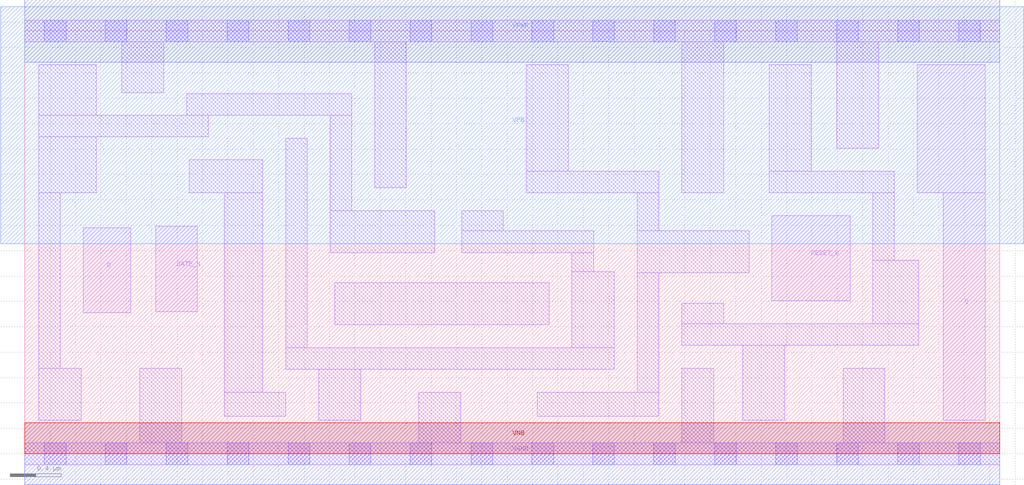
<source format=lef>
# Copyright 2020 The SkyWater PDK Authors
#
# Licensed under the Apache License, Version 2.0 (the "License");
# you may not use this file except in compliance with the License.
# You may obtain a copy of the License at
#
#     https://www.apache.org/licenses/LICENSE-2.0
#
# Unless required by applicable law or agreed to in writing, software
# distributed under the License is distributed on an "AS IS" BASIS,
# WITHOUT WARRANTIES OR CONDITIONS OF ANY KIND, either express or implied.
# See the License for the specific language governing permissions and
# limitations under the License.
#
# SPDX-License-Identifier: Apache-2.0

VERSION 5.7 ;
  NOWIREEXTENSIONATPIN ON ;
  DIVIDERCHAR "/" ;
  BUSBITCHARS "[]" ;
MACRO sky130_fd_sc_lp__dlrtn_lp
  CLASS CORE ;
  FOREIGN sky130_fd_sc_lp__dlrtn_lp ;
  ORIGIN  0.000000  0.000000 ;
  SIZE  7.680000 BY  3.330000 ;
  SYMMETRY X Y R90 ;
  SITE unit ;
  PIN D
    ANTENNAGATEAREA  0.376000 ;
    DIRECTION INPUT ;
    USE SIGNAL ;
    PORT
      LAYER li1 ;
        RECT 0.460000 1.110000 0.835000 1.780000 ;
    END
  END D
  PIN Q
    ANTENNADIFFAREA  0.404700 ;
    DIRECTION OUTPUT ;
    USE SIGNAL ;
    PORT
      LAYER li1 ;
        RECT 7.030000 2.055000 7.565000 3.065000 ;
        RECT 7.235000 0.265000 7.565000 2.055000 ;
    END
  END Q
  PIN RESET_B
    ANTENNAGATEAREA  0.313000 ;
    DIRECTION INPUT ;
    USE SIGNAL ;
    PORT
      LAYER li1 ;
        RECT 5.885000 1.205000 6.500000 1.875000 ;
    END
  END RESET_B
  PIN GATE_N
    ANTENNAGATEAREA  0.376000 ;
    DIRECTION INPUT ;
    USE CLOCK ;
    PORT
      LAYER li1 ;
        RECT 1.030000 1.120000 1.360000 1.790000 ;
    END
  END GATE_N
  PIN VGND
    DIRECTION INOUT ;
    USE GROUND ;
    PORT
      LAYER met1 ;
        RECT 0.000000 -0.245000 7.680000 0.245000 ;
    END
  END VGND
  PIN VNB
    DIRECTION INOUT ;
    USE GROUND ;
    PORT
      LAYER pwell ;
        RECT 0.000000 0.000000 7.680000 0.245000 ;
    END
  END VNB
  PIN VPB
    DIRECTION INOUT ;
    USE POWER ;
    PORT
      LAYER nwell ;
        RECT -0.190000 1.655000 7.870000 3.520000 ;
    END
  END VPB
  PIN VPWR
    DIRECTION INOUT ;
    USE POWER ;
    PORT
      LAYER met1 ;
        RECT 0.000000 3.085000 7.680000 3.575000 ;
    END
  END VPWR
  OBS
    LAYER li1 ;
      RECT 0.000000 -0.085000 7.680000 0.085000 ;
      RECT 0.000000  3.245000 7.680000 3.415000 ;
      RECT 0.110000  0.265000 0.445000 0.675000 ;
      RECT 0.110000  0.675000 0.280000 2.055000 ;
      RECT 0.110000  2.055000 0.565000 2.495000 ;
      RECT 0.110000  2.495000 1.445000 2.665000 ;
      RECT 0.110000  2.665000 0.565000 3.065000 ;
      RECT 0.765000  2.845000 1.095000 3.245000 ;
      RECT 0.905000  0.085000 1.235000 0.675000 ;
      RECT 1.275000  2.665000 2.575000 2.835000 ;
      RECT 1.295000  2.055000 1.875000 2.315000 ;
      RECT 1.570000  0.295000 2.055000 0.485000 ;
      RECT 1.570000  0.485000 1.875000 2.055000 ;
      RECT 2.055000  0.665000 4.645000 0.835000 ;
      RECT 2.055000  0.835000 2.225000 2.485000 ;
      RECT 2.315000  0.265000 2.645000 0.665000 ;
      RECT 2.405000  1.585000 3.230000 1.915000 ;
      RECT 2.405000  1.915000 2.575000 2.665000 ;
      RECT 2.440000  1.015000 4.130000 1.345000 ;
      RECT 2.755000  2.095000 3.005000 3.245000 ;
      RECT 3.105000  0.085000 3.435000 0.485000 ;
      RECT 3.440000  1.585000 4.480000 1.755000 ;
      RECT 3.440000  1.755000 3.770000 1.915000 ;
      RECT 3.950000  2.055000 4.995000 2.225000 ;
      RECT 3.950000  2.225000 4.280000 3.065000 ;
      RECT 4.035000  0.295000 4.995000 0.485000 ;
      RECT 4.310000  0.835000 4.645000 1.435000 ;
      RECT 4.310000  1.435000 4.480000 1.585000 ;
      RECT 4.825000  0.485000 4.995000 1.425000 ;
      RECT 4.825000  1.425000 5.705000 1.755000 ;
      RECT 4.825000  1.755000 4.995000 2.055000 ;
      RECT 5.175000  0.085000 5.425000 0.675000 ;
      RECT 5.175000  0.855000 7.040000 1.025000 ;
      RECT 5.175000  1.025000 5.505000 1.185000 ;
      RECT 5.175000  2.055000 5.505000 3.245000 ;
      RECT 5.655000  0.265000 5.985000 0.855000 ;
      RECT 5.865000  2.055000 6.850000 2.225000 ;
      RECT 5.865000  2.225000 6.195000 3.065000 ;
      RECT 6.395000  2.405000 6.725000 3.245000 ;
      RECT 6.445000  0.085000 6.775000 0.675000 ;
      RECT 6.680000  1.025000 7.040000 1.525000 ;
      RECT 6.680000  1.525000 6.850000 2.055000 ;
    LAYER mcon ;
      RECT 0.155000 -0.085000 0.325000 0.085000 ;
      RECT 0.155000  3.245000 0.325000 3.415000 ;
      RECT 0.635000 -0.085000 0.805000 0.085000 ;
      RECT 0.635000  3.245000 0.805000 3.415000 ;
      RECT 1.115000 -0.085000 1.285000 0.085000 ;
      RECT 1.115000  3.245000 1.285000 3.415000 ;
      RECT 1.595000 -0.085000 1.765000 0.085000 ;
      RECT 1.595000  3.245000 1.765000 3.415000 ;
      RECT 2.075000 -0.085000 2.245000 0.085000 ;
      RECT 2.075000  3.245000 2.245000 3.415000 ;
      RECT 2.555000 -0.085000 2.725000 0.085000 ;
      RECT 2.555000  3.245000 2.725000 3.415000 ;
      RECT 3.035000 -0.085000 3.205000 0.085000 ;
      RECT 3.035000  3.245000 3.205000 3.415000 ;
      RECT 3.515000 -0.085000 3.685000 0.085000 ;
      RECT 3.515000  3.245000 3.685000 3.415000 ;
      RECT 3.995000 -0.085000 4.165000 0.085000 ;
      RECT 3.995000  3.245000 4.165000 3.415000 ;
      RECT 4.475000 -0.085000 4.645000 0.085000 ;
      RECT 4.475000  3.245000 4.645000 3.415000 ;
      RECT 4.955000 -0.085000 5.125000 0.085000 ;
      RECT 4.955000  3.245000 5.125000 3.415000 ;
      RECT 5.435000 -0.085000 5.605000 0.085000 ;
      RECT 5.435000  3.245000 5.605000 3.415000 ;
      RECT 5.915000 -0.085000 6.085000 0.085000 ;
      RECT 5.915000  3.245000 6.085000 3.415000 ;
      RECT 6.395000 -0.085000 6.565000 0.085000 ;
      RECT 6.395000  3.245000 6.565000 3.415000 ;
      RECT 6.875000 -0.085000 7.045000 0.085000 ;
      RECT 6.875000  3.245000 7.045000 3.415000 ;
      RECT 7.355000 -0.085000 7.525000 0.085000 ;
      RECT 7.355000  3.245000 7.525000 3.415000 ;
  END
END sky130_fd_sc_lp__dlrtn_lp
END LIBRARY

</source>
